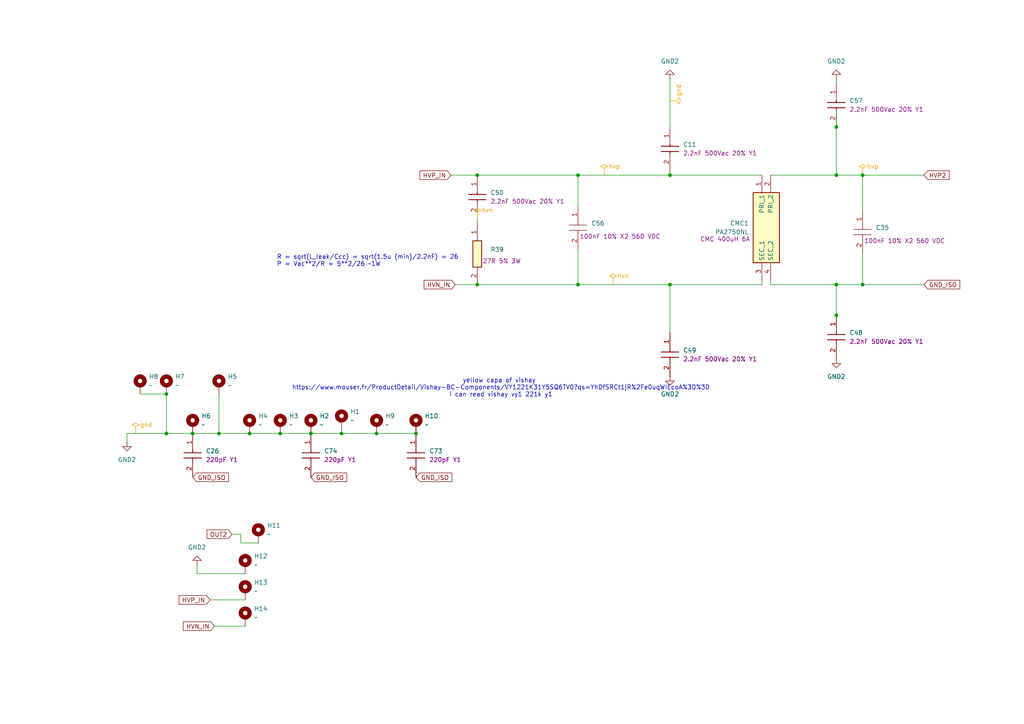
<source format=kicad_sch>
(kicad_sch (version 20250114) (generator "eeschema") (generator_version "9.0")
  (paper "A4")
  (lib_symbols
    (symbol "B81123C1222M:B81123C1222M" (pin_names (hide yes))
      (property "Reference" "C" (at 8.89 6.35 0))
      (property "Value" "B81123C1222M" (at 8.89 3.81 0))
      (symbol "B81123C1222M_1_1"
        (polyline (pts (xy 5.08 0) (xy 5.588 0)) (stroke (width 0.254)))
        (polyline (pts (xy 5.588 2.54) (xy 5.588 -2.54)) (stroke (width 0.254)))
        (polyline (pts (xy 7.112 2.54) (xy 7.112 -2.54)) (stroke (width 0.254)))
        (polyline (pts (xy 7.112 0) (xy 7.62 0)) (stroke (width 0.254)))
        (pin passive line (at 0 0 0) (length 5.08) (name "1") (number "1"))
        (pin passive line (at 12.7 0 180) (length 5.08) (name "2") (number "2"))
      )
    )
    (symbol "LTR100JZPJ270:LTR100JZPJ270" (pin_names (hide yes))
      (property "Reference" "R" (at 13.97 6.35 0))
      (property "Value" "LTR100JZPJ270" (at 13.97 3.81 0))
      (symbol "LTR100JZPJ270_1_1"
        (rectangle (start 5.08 1.27) (end 12.7 -1.27) (stroke (width 0.254)) (fill (type background)))
        (pin passive line (at 0 0 0) (length 5.08) (name "1") (number "1"))
        (pin passive line (at 17.78 0 180) (length 5.08) (name "2") (number "2"))
      )
    )
    (symbol "Mechanical:MountingHole_Pad" (pin_numbers (hide yes)) (pin_names (offset 1.016) (hide yes)) (in_bom no)
      (property "Reference" "H" (at 0 6.35 0))
      (property "Value" "MountingHole_Pad" (at 0 4.445 0))
      (symbol "MountingHole_Pad_0_1"
        (circle (center 0 1.27) (radius 1.27) (stroke (width 1.27)))
      )
      (symbol "MountingHole_Pad_1_1"
        (pin input line (at 0 -2.54 90) (length 2.54) (name "1") (number "1"))
      )
    )
    (symbol "PA2750NL:PA2750NL"
      (property "Reference" "FL" (at 26.67 7.62 0))
      (property "Value" "PA2750NL" (at 26.67 5.08 0))
      (symbol "PA2750NL_1_1"
        (rectangle (start 5.08 2.54) (end 25.4 -5.08) (stroke (width 0.254)) (fill (type background)))
        (pin passive line (at 0 0 0) (length 5.08) (name "PRI_1") (number "1"))
        (pin passive line (at 0 -2.54 0) (length 5.08) (name "PRI_2") (number "2"))
        (pin passive line (at 30.48 0 180) (length 5.08) (name "SEC_1") (number "3"))
        (pin passive line (at 30.48 -2.54 180) (length 5.08) (name "SEC_2") (number "4"))
      )
    )
    (symbol "R46KI310050M1K:R46KI310050M1K" (pin_names (offset 0.762))
      (property "Reference" "C" (at 8.89 6.35 0))
      (property "Value" "R46KI310050M1K" (at 8.89 3.81 0))
      (symbol "R46KI310050M1K_0_0"
        (pin passive line (at 0 0 0) (length 5.08) (name "~") (number "1"))
        (pin passive line (at 12.7 0 180) (length 5.08) (name "~") (number "2"))
      )
      (symbol "R46KI310050M1K_0_1"
        (polyline (pts (xy 5.08 0) (xy 5.588 0)) (stroke (width 0.1524)))
        (polyline (pts (xy 5.588 2.54) (xy 5.588 -2.54)) (stroke (width 0.1524)))
        (polyline (pts (xy 7.112 2.54) (xy 7.112 -2.54)) (stroke (width 0.1524)))
        (polyline (pts (xy 7.112 0) (xy 7.62 0)) (stroke (width 0.1524)))
      )
    )
    (symbol "power:GND2" (power) (pin_numbers (hide yes)) (pin_names (offset 0) (hide yes))
      (property "Value" "GND2" (at 0 -3.81 0))
      (symbol "GND2_0_1"
        (polyline (pts (xy 0 0) (xy 0 -1.27) (xy 1.27 -1.27) (xy 0 -2.54) (xy -1.27 -1.27) (xy 0 -1.27)))
      )
      (symbol "GND2_1_1"
        (pin power_in line (at 0 0 270) (length 0) (name "~") (number "1"))
      )
    )
  )
  (text "R = sqrt(L_leak/Ccc) = sqrt(1.5u (min)/2.2nF) = 26\nP = Vac**2/R = 5**2/26 ~1W" (at 80.264 75.692 0) (effects (font (size 1.27 1.27)) (justify left)))
  (text "yellow capa of vishay \nhttps://www.mouser.fr/ProductDetail/Vishay-BC-Components/VY1221K31Y5SQ6TV0?qs=YhDfSRCt1jR%2Fe0uqWIEcoA%3D%3D\ni can read vishay vy1 221k y1" (at 145.288 112.522 0) (effects (font (size 1.27 1.27))))
  (junction (at 138.43 82.55))
  (junction (at 138.43 50.8))
  (junction (at 48.26 114.3))
  (junction (at 250.19 82.55))
  (junction (at 167.64 50.8))
  (junction (at 90.17 125.73))
  (junction (at 250.19 50.8))
  (junction (at 48.26 125.73))
  (junction (at 109.22 125.73))
  (junction (at 242.57 82.55))
  (junction (at 242.57 91.44))
  (junction (at 81.28 125.73))
  (junction (at 242.57 36.83))
  (junction (at 63.5 125.73))
  (junction (at 194.31 50.8))
  (junction (at 72.39 125.73))
  (junction (at 242.57 50.8))
  (junction (at 194.31 82.55))
  (junction (at 167.64 82.55))
  (junction (at 99.06 125.73))
  (junction (at 120.65 125.73))
  (junction (at 55.88 125.73))
  (wire (pts (xy 242.57 82.55) (xy 242.57 91.44)))
  (wire (pts (xy 48.26 114.3) (xy 48.26 125.73)))
  (wire (pts (xy 48.26 125.73) (xy 55.88 125.73)))
  (wire (pts (xy 242.57 91.44) (xy 242.57 96.52)))
  (wire (pts (xy 250.19 73.66) (xy 250.19 82.55)))
  (wire (pts (xy 63.5 114.3) (xy 63.5 125.73)))
  (wire (pts (xy 242.57 33.02) (xy 242.57 36.83)))
  (wire (pts (xy 36.83 125.73) (xy 48.26 125.73)))
  (wire (pts (xy 242.57 50.8) (xy 250.19 50.8)))
  (wire (pts (xy 138.43 82.55) (xy 167.64 82.55)))
  (wire (pts (xy 242.57 82.55) (xy 250.19 82.55)))
  (wire (pts (xy 167.64 50.8) (xy 167.64 59.69)))
  (wire (pts (xy 250.19 50.8) (xy 250.19 60.96)))
  (wire (pts (xy 194.31 22.86) (xy 194.31 36.83)))
  (wire (pts (xy 57.15 163.83) (xy 57.15 166.37)))
  (wire (pts (xy 130.81 50.8) (xy 138.43 50.8)))
  (wire (pts (xy 99.06 125.73) (xy 109.22 125.73)))
  (wire (pts (xy 194.31 50.8) (xy 220.98 50.8)))
  (wire (pts (xy 138.43 64.77) (xy 138.43 63.5)))
  (wire (pts (xy 194.31 96.52) (xy 194.31 82.55)))
  (wire (pts (xy 132.08 82.55) (xy 138.43 82.55)))
  (wire (pts (xy 36.83 125.73) (xy 36.83 128.27)))
  (wire (pts (xy 57.15 166.37) (xy 71.12 166.37)))
  (wire (pts (xy 220.98 82.55) (xy 220.98 81.28)))
  (wire (pts (xy 109.22 125.73) (xy 120.65 125.73)))
  (wire (pts (xy 242.57 22.86) (xy 242.57 24.13)))
  (wire (pts (xy 67.31 154.94) (xy 69.85 154.94)))
  (wire (pts (xy 99.06 125.73) (xy 99.06 124.46)))
  (wire (pts (xy 55.88 125.73) (xy 63.5 125.73)))
  (wire (pts (xy 90.17 125.73) (xy 99.06 125.73)))
  (wire (pts (xy 167.64 82.55) (xy 194.31 82.55)))
  (wire (pts (xy 223.52 82.55) (xy 242.57 82.55)))
  (wire (pts (xy 223.52 50.8) (xy 242.57 50.8)))
  (wire (pts (xy 250.19 82.55) (xy 267.97 82.55)))
  (wire (pts (xy 138.43 50.8) (xy 167.64 50.8)))
  (wire (pts (xy 69.85 157.48) (xy 74.93 157.48)))
  (wire (pts (xy 194.31 49.53) (xy 194.31 50.8)))
  (wire (pts (xy 60.96 173.99) (xy 71.12 173.99)))
  (wire (pts (xy 167.64 72.39) (xy 167.64 82.55)))
  (wire (pts (xy 223.52 82.55) (xy 223.52 81.28)))
  (wire (pts (xy 250.19 50.8) (xy 267.97 50.8)))
  (wire (pts (xy 81.28 125.73) (xy 90.17 125.73)))
  (wire (pts (xy 242.57 36.83) (xy 242.57 50.8)))
  (wire (pts (xy 167.64 50.8) (xy 194.31 50.8)))
  (wire (pts (xy 194.31 82.55) (xy 220.98 82.55)))
  (wire (pts (xy 63.5 125.73) (xy 72.39 125.73)))
  (wire (pts (xy 40.64 114.3) (xy 48.26 114.3)))
  (wire (pts (xy 69.85 154.94) (xy 69.85 157.48)))
  (wire (pts (xy 72.39 125.73) (xy 81.28 125.73)))
  (wire (pts (xy 62.23 181.61) (xy 71.12 181.61)))
  (global_label "HVP_IN" (shape input) (at 60.96 173.99 180) (property "Intersheetrefs" "${INTERSHEET_REFS}" (effects (hide yes))))
  (global_label "HVN_IN" (shape input) (at 132.08 82.55 180) (property "Intersheetrefs" "${INTERSHEET_REFS}" (effects (hide yes))))
  (global_label "GND_ISO" (shape input) (at 120.65 138.43 0) (property "Intersheetrefs" "${INTERSHEET_REFS}" (effects (hide yes))))
  (global_label "GND_ISO" (shape input) (at 55.88 138.43 0) (property "Intersheetrefs" "${INTERSHEET_REFS}" (effects (hide yes))))
  (global_label "HVP2" (shape input) (at 267.97 50.8 0) (property "Intersheetrefs" "${INTERSHEET_REFS}" (effects (hide yes))))
  (global_label "OUT2" (shape input) (at 67.31 154.94 180) (property "Intersheetrefs" "${INTERSHEET_REFS}" (effects (hide yes))))
  (global_label "GND_ISO" (shape input) (at 90.17 138.43 0) (property "Intersheetrefs" "${INTERSHEET_REFS}" (effects (hide yes))))
  (global_label "HVP_IN" (shape input) (at 130.81 50.8 180) (property "Intersheetrefs" "${INTERSHEET_REFS}" (effects (hide yes))))
  (global_label "HVN_IN" (shape input) (at 62.23 181.61 180) (property "Intersheetrefs" "${INTERSHEET_REFS}" (effects (hide yes))))
  (global_label "GND_ISO" (shape input) (at 267.97 82.55 0) (property "Intersheetrefs" "${INTERSHEET_REFS}" (effects (hide yes))))
  (netclass_flag "" (length 2.54) (shape diamond) (at 250.19 50.8 0) (property "Netclass" "hvp" (at 251.3965 48.26 0) (effects (justify left))))
  (netclass_flag "" (length 2.54) (shape diamond) (at 175.26 50.8 0) (property "Netclass" "hvp" (at 176.4665 48.26 0) (effects (justify left))))
  (netclass_flag "" (length 2.54) (shape diamond) (at 39.37 125.73 0) (property "Netclass" "gnd" (at 40.5765 123.19 0) (effects (justify left))))
  (netclass_flag "" (length 2.54) (shape diamond) (at 194.31 29.21 270) (property "Netclass" "gnd" (at 196.85 28.0035 90) (effects (justify left))))
  (netclass_flag "" (length 2.54) (shape diamond) (at 177.8 82.55 0) (property "Netclass" "hvn" (at 179.0065 80.01 0) (effects (justify left))))
  (netclass_flag "" (length 2.54) (shape diamond) (at 138.43 63.5 0) (property "Netclass" "hvn" (at 139.6365 60.96 0) (effects (justify left))))
  (symbol (lib_id "B81123C1222M:B81123C1222M") (at 242.57 24.13 270) (unit 1)
    (property "Reference" "C57" (at 246.38 29.2099 90) (effects (justify left)))
    (property "Value" "B81123C1222M" (effects (hide yes)))
    (property "Footprint" "B81123C1222M:B81123C1222M" (effects (hide yes)))
    (property "Datasheet" "https://en.tdk-electronics.tdk.com/inf/20/20/db/fc_2009/Y1_B81123.pdf" (effects (hide yes)))
    (property "Description" "2.2nF 500Vac 20% Y1" (at 246.38 31.7499 90) (effects (justify left)))
    (property "Height" "12.5" (effects (hide yes)))
    (property "Mouser Part Number" "871-B81123C1222M" (effects (hide yes)))
    (property "Mouser Price/Stock" "https://www.mouser.co.uk/ProductDetail/EPCOS-TDK/B81123C1222M?qs=Gus83tocK7veFAufT0DP%2FQ%3D%3D" (effects (hide yes)))
    (property "Manufacturer_Name" "TDK" (effects (hide yes)))
    (property "Manufacturer_Part_Number" "B81123C1222M" (effects (hide yes)))
  )
  (symbol (lib_id "Mechanical:MountingHole_Pad") (at 71.12 171.45 0) (unit 1) (in_bom no)
    (property "Reference" "H13" (at 73.66 168.9099 0) (effects (justify left)))
    (property "Value" "~" (at 73.66 171.4499 0) (effects (justify left)))
    (property "Footprint" "MountingHole:MountingHole_4.5mm_Pad_Via" (effects (hide yes)))
    (property "Description" "Mounting Hole with connection" (effects (hide yes)))
  )
  (symbol (lib_id "power:GND2") (at 242.57 22.86 0) (mirror x) (unit 1)
    (property "Reference" "#PWR048" (effects (hide yes)))
    (property "Value" "GND2" (at 242.57 17.78 0))
    (property "Description" "Power symbol creates a global label with name \"GND2\" , ground" (effects (hide yes)))
  )
  (symbol (lib_id "Mechanical:MountingHole_Pad") (at 90.17 123.19 0) (unit 1) (in_bom no)
    (property "Reference" "H2" (at 92.71 120.6499 0) (effects (justify left)))
    (property "Value" "~" (at 92.71 123.1899 0) (effects (justify left)))
    (property "Footprint" "MountingHole:MountingHole_2.7mm_M2.5_Pad_Via" (effects (hide yes)))
    (property "Description" "Mounting Hole with connection" (effects (hide yes)))
  )
  (symbol (lib_id "B81123C1222M:B81123C1222M") (at 242.57 91.44 270) (unit 1)
    (property "Reference" "C48" (at 246.38 96.5199 90) (effects (justify left)))
    (property "Value" "B81123C1222M" (effects (hide yes)))
    (property "Footprint" "B81123C1222M:B81123C1222M" (effects (hide yes)))
    (property "Datasheet" "https://en.tdk-electronics.tdk.com/inf/20/20/db/fc_2009/Y1_B81123.pdf" (effects (hide yes)))
    (property "Description" "2.2nF 500Vac 20% Y1" (at 246.38 99.0599 90) (effects (justify left)))
    (property "Height" "12.5" (effects (hide yes)))
    (property "Mouser Part Number" "871-B81123C1222M" (effects (hide yes)))
    (property "Mouser Price/Stock" "https://www.mouser.co.uk/ProductDetail/EPCOS-TDK/B81123C1222M?qs=Gus83tocK7veFAufT0DP%2FQ%3D%3D" (effects (hide yes)))
    (property "Manufacturer_Name" "TDK" (effects (hide yes)))
    (property "Manufacturer_Part_Number" "B81123C1222M" (effects (hide yes)))
  )
  (symbol (lib_id "Mechanical:MountingHole_Pad") (at 40.64 111.76 0) (unit 1) (in_bom no)
    (property "Reference" "H8" (at 43.18 109.2199 0) (effects (justify left)))
    (property "Value" "~" (at 43.18 111.7599 0) (effects (justify left)))
    (property "Footprint" "MountingHole:MountingHole_2.7mm_M2.5_Pad_Via" (effects (hide yes)))
    (property "Description" "Mounting Hole with connection" (effects (hide yes)))
  )
  (symbol (lib_id "PA2750NL:PA2750NL") (at 220.98 50.8 90) (mirror x) (unit 1)
    (property "Reference" "CMC1" (at 217.17 64.7699 90) (effects (justify left)))
    (property "Value" "PA2750NL" (at 217.17 67.3099 90) (effects (justify left)))
    (property "Footprint" "PA2750NL:PA2750NL" (effects (hide yes)))
    (property "Datasheet" "https://www.arrow.com/en/products/pa2750nl/pulse-electronics-corporation" (effects (hide yes)))
    (property "Description" "CMC 400uH 6A" (at 210.312 69.342 90))
    (property "Height" "10" (effects (hide yes)))
    (property "Mouser Part Number" "673-PA2750NL" (effects (hide yes)))
    (property "Mouser Price/Stock" "https://www.mouser.co.uk/ProductDetail/Pulse-Electronics/PA2750NL?qs=%252BUGZmmosPSKMfqU1auiJGA%3D%3D" (effects (hide yes)))
    (property "Manufacturer_Name" "PULSE" (effects (hide yes)))
    (property "Manufacturer_Part_Number" "PA2750NL" (effects (hide yes)))
  )
  (symbol (lib_id "Mechanical:MountingHole_Pad") (at 109.22 123.19 0) (unit 1) (in_bom no)
    (property "Reference" "H9" (at 111.76 120.6499 0) (effects (justify left)))
    (property "Value" "~" (at 111.76 123.1899 0) (effects (justify left)))
    (property "Footprint" "MountingHole:MountingHole_2.7mm_M2.5_Pad_Via" (effects (hide yes)))
    (property "Description" "Mounting Hole with connection" (effects (hide yes)))
  )
  (symbol (lib_id "Mechanical:MountingHole_Pad") (at 74.93 154.94 0) (unit 1) (in_bom no)
    (property "Reference" "H11" (at 77.47 152.3999 0) (effects (justify left)))
    (property "Value" "~" (at 77.47 154.9399 0) (effects (justify left)))
    (property "Footprint" "MountingHole:MountingHole_4.5mm_Pad_Via" (effects (hide yes)))
    (property "Description" "Mounting Hole with connection" (effects (hide yes)))
  )
  (symbol (lib_id "Mechanical:MountingHole_Pad") (at 55.88 123.19 0) (unit 1) (in_bom no)
    (property "Reference" "H6" (at 58.42 120.6499 0) (effects (justify left)))
    (property "Value" "~" (at 58.42 123.1899 0) (effects (justify left)))
    (property "Footprint" "MountingHole:MountingHole_2.7mm_M2.5_Pad_Via" (effects (hide yes)))
    (property "Description" "Mounting Hole with connection" (effects (hide yes)))
  )
  (symbol (lib_id "B81123C1222M:B81123C1222M") (at 194.31 36.83 270) (unit 1)
    (property "Reference" "C11" (at 198.12 41.9099 90) (effects (justify left)))
    (property "Value" "B81123C1222M" (effects (hide yes)))
    (property "Footprint" "B81123C1222M:B81123C1222M" (effects (hide yes)))
    (property "Datasheet" "https://en.tdk-electronics.tdk.com/inf/20/20/db/fc_2009/Y1_B81123.pdf" (effects (hide yes)))
    (property "Description" "2.2nF 500Vac 20% Y1" (at 198.12 44.4499 90) (effects (justify left)))
    (property "Height" "12.5" (effects (hide yes)))
    (property "Mouser Part Number" "871-B81123C1222M" (effects (hide yes)))
    (property "Mouser Price/Stock" "https://www.mouser.co.uk/ProductDetail/EPCOS-TDK/B81123C1222M?qs=Gus83tocK7veFAufT0DP%2FQ%3D%3D" (effects (hide yes)))
    (property "Manufacturer_Name" "TDK" (effects (hide yes)))
    (property "Manufacturer_Part_Number" "B81123C1222M" (effects (hide yes)))
  )
  (symbol (lib_id "B81123C1222M:B81123C1222M") (at 194.31 96.52 270) (unit 1)
    (property "Reference" "C49" (at 198.12 101.5999 90) (effects (justify left)))
    (property "Value" "B81123C1222M" (effects (hide yes)))
    (property "Footprint" "B81123C1222M:B81123C1222M" (effects (hide yes)))
    (property "Datasheet" "https://en.tdk-electronics.tdk.com/inf/20/20/db/fc_2009/Y1_B81123.pdf" (effects (hide yes)))
    (property "Description" "2.2nF 500Vac 20% Y1" (at 198.12 104.1399 90) (effects (justify left)))
    (property "Height" "12.5" (effects (hide yes)))
    (property "Mouser Part Number" "871-B81123C1222M" (effects (hide yes)))
    (property "Mouser Price/Stock" "https://www.mouser.co.uk/ProductDetail/EPCOS-TDK/B81123C1222M?qs=Gus83tocK7veFAufT0DP%2FQ%3D%3D" (effects (hide yes)))
    (property "Manufacturer_Name" "TDK" (effects (hide yes)))
    (property "Manufacturer_Part_Number" "B81123C1222M" (effects (hide yes)))
  )
  (symbol (lib_id "power:GND2") (at 57.15 163.83 180) (unit 1)
    (property "Reference" "#PWR026" (effects (hide yes)))
    (property "Value" "GND2" (at 57.15 158.75 0))
    (property "Description" "Power symbol creates a global label with name \"GND2\" , ground" (effects (hide yes)))
  )
  (symbol (lib_id "power:GND2") (at 194.31 109.22 0) (unit 1)
    (property "Reference" "#PWR044" (effects (hide yes)))
    (property "Value" "GND2" (at 194.31 114.3 0))
    (property "Description" "Power symbol creates a global label with name \"GND2\" , ground" (effects (hide yes)))
  )
  (symbol (lib_id "power:GND2") (at 194.31 22.86 0) (mirror x) (unit 1)
    (property "Reference" "#PWR047" (effects (hide yes)))
    (property "Value" "GND2" (at 194.31 17.78 0))
    (property "Description" "Power symbol creates a global label with name \"GND2\" , ground" (effects (hide yes)))
  )
  (symbol (lib_id "B81123C1222M:B81123C1222M") (at 90.17 125.73 270) (unit 1)
    (property "Reference" "C74" (at 93.98 130.8099 90) (effects (justify left)))
    (property "Value" "VY1221K31Y5SQ6TV0" (effects (hide yes)))
    (property "Footprint" "Capacitor_THT:C_Disc_D7.5mm_W5.0mm_P10.00mm" (effects (hide yes)))
    (property "Datasheet" "https://www.vishay.com/docs/28537/vy1series.pdf" (effects (hide yes)))
    (property "Description" "220pF Y1" (at 93.98 133.3499 90) (effects (justify left)))
    (property "Height" "8" (effects (hide yes)))
    (property "Mouser Part Number" "72-VY1221K31Y5SQ6TV0" (effects (hide yes)))
    (property "Manufacturer_Name" "Vishay" (effects (hide yes)))
  )
  (symbol (lib_id "LTR100JZPJ270:LTR100JZPJ270") (at 138.43 64.77 270) (unit 1)
    (property "Reference" "R39" (at 142.24 72.3899 90) (effects (justify left)))
    (property "Value" "LTR100JZPJ270" (effects (hide yes)))
    (property "Footprint" "LTR100JZPJ270:RESC3264X70N" (effects (hide yes)))
    (property "Datasheet" "https://fscdn.rohm.com/jp/products/databook/datasheet/passive/resistor/chip_resistor/ltr-j.pdf" (effects (hide yes)))
    (property "Description" "27R 5% 3W" (at 145.542 75.692 90))
    (property "Height" "0.7" (effects (hide yes)))
    (property "Mouser Part Number" "755-LTR100JZPJ270" (effects (hide yes)))
    (property "Mouser Price/Stock" "https://www.mouser.co.uk/ProductDetail/ROHM-Semiconductor/LTR100JZPJ270?qs=rQFj71Wb1eXV0Qkg%2F%252B7akg%3D%3D" (effects (hide yes)))
    (property "Manufacturer_Name" "ROHM Semiconductor" (effects (hide yes)))
    (property "Manufacturer_Part_Number" "LTR100JZPJ270" (effects (hide yes)))
  )
  (symbol (lib_id "Mechanical:MountingHole_Pad") (at 81.28 123.19 0) (unit 1) (in_bom no)
    (property "Reference" "H3" (at 83.82 120.6499 0) (effects (justify left)))
    (property "Value" "~" (at 83.82 123.1899 0) (effects (justify left)))
    (property "Footprint" "MountingHole:MountingHole_2.7mm_M2.5_Pad_Via" (effects (hide yes)))
    (property "Description" "Mounting Hole with connection" (effects (hide yes)))
  )
  (symbol (lib_id "Mechanical:MountingHole_Pad") (at 99.06 121.92 0) (unit 1) (in_bom no)
    (property "Reference" "H1" (at 101.6 119.3799 0) (effects (justify left)))
    (property "Value" "~" (at 101.6 121.9199 0) (effects (justify left)))
    (property "Footprint" "MountingHole:MountingHole_2.7mm_M2.5_Pad_Via" (effects (hide yes)))
    (property "Description" "Mounting Hole with connection" (effects (hide yes)))
  )
  (symbol (lib_id "power:GND2") (at 242.57 104.14 0) (unit 1)
    (property "Reference" "#PWR046" (effects (hide yes)))
    (property "Value" "GND2" (at 242.57 109.22 0))
    (property "Description" "Power symbol creates a global label with name \"GND2\" , ground" (effects (hide yes)))
  )
  (symbol (lib_id "Mechanical:MountingHole_Pad") (at 48.26 111.76 0) (unit 1) (in_bom no)
    (property "Reference" "H7" (at 50.8 109.2199 0) (effects (justify left)))
    (property "Value" "~" (at 50.8 111.7599 0) (effects (justify left)))
    (property "Footprint" "MountingHole:MountingHole_2.7mm_M2.5_Pad_Via" (effects (hide yes)))
    (property "Description" "Mounting Hole with connection" (effects (hide yes)))
  )
  (symbol (lib_id "R46KI310050M1K:R46KI310050M1K") (at 167.64 59.69 270) (unit 1)
    (property "Reference" "C56" (at 171.45 64.7699 90) (effects (justify left)))
    (property "Value" "R46KI310050M1K" (effects (hide yes)))
    (property "Footprint" "R46KI310050M1K:R46KI310050M1K" (effects (hide yes)))
    (property "Datasheet" "https://search.kemet.com/component-documentation/download/specsheet/R46KI310050M1K" (effects (hide yes)))
    (property "Description" "100nF 10% X2 560 VDC" (at 179.832 68.58 90))
    (property "Height" "11.1" (effects (hide yes)))
    (property "Mouser Part Number" "80-R46KI310050M1K" (effects (hide yes)))
    (property "Mouser Price/Stock" "https://www.mouser.co.uk/ProductDetail/KEMET/R46KI310050M1K/?qs=D0iH%252BVFiYPMp3c4CZzIXlA%3D%3D" (effects (hide yes)))
    (property "Manufacturer_Name" "KEMET" (effects (hide yes)))
    (property "Manufacturer_Part_Number" "R46KI310050M1K" (effects (hide yes)))
    (property "Field10" "R46 275 VAC, Film, Metallized Polypropylene, Safety, 0.1 uF, 10%, 275 VAC (X2), 560 VDC, 110C, 15mm" (effects (hide yes)))
  )
  (symbol (lib_id "Mechanical:MountingHole_Pad") (at 72.39 123.19 0) (unit 1) (in_bom no)
    (property "Reference" "H4" (at 74.93 120.6499 0) (effects (justify left)))
    (property "Value" "~" (at 74.93 123.1899 0) (effects (justify left)))
    (property "Footprint" "MountingHole:MountingHole_2.7mm_M2.5_Pad_Via" (effects (hide yes)))
    (property "Description" "Mounting Hole with connection" (effects (hide yes)))
  )
  (symbol (lib_id "B81123C1222M:B81123C1222M") (at 120.65 125.73 270) (unit 1)
    (property "Reference" "C73" (at 124.46 130.8099 90) (effects (justify left)))
    (property "Value" "VY1221K31Y5SQ6TV0" (effects (hide yes)))
    (property "Footprint" "Capacitor_THT:C_Disc_D7.5mm_W5.0mm_P10.00mm" (effects (hide yes)))
    (property "Datasheet" "https://www.vishay.com/docs/28537/vy1series.pdf" (effects (hide yes)))
    (property "Description" "220pF Y1" (at 124.46 133.3499 90) (effects (justify left)))
    (property "Height" "8" (effects (hide yes)))
    (property "Mouser Part Number" "72-VY1221K31Y5SQ6TV0" (effects (hide yes)))
    (property "Manufacturer_Name" "Vishay" (effects (hide yes)))
  )
  (symbol (lib_id "Mechanical:MountingHole_Pad") (at 63.5 111.76 0) (unit 1) (in_bom no)
    (property "Reference" "H5" (at 66.04 109.2199 0) (effects (justify left)))
    (property "Value" "~" (at 66.04 111.7599 0) (effects (justify left)))
    (property "Footprint" "MountingHole:MountingHole_2.7mm_M2.5_Pad_Via" (effects (hide yes)))
    (property "Description" "Mounting Hole with connection" (effects (hide yes)))
  )
  (symbol (lib_id "B81123C1222M:B81123C1222M") (at 55.88 125.73 270) (unit 1)
    (property "Reference" "C26" (at 59.69 130.8099 90) (effects (justify left)))
    (property "Value" "VY1221K31Y5SQ6TV0" (effects (hide yes)))
    (property "Footprint" "Capacitor_THT:C_Disc_D7.5mm_W5.0mm_P10.00mm" (effects (hide yes)))
    (property "Datasheet" "https://www.vishay.com/docs/28537/vy1series.pdf" (effects (hide yes)))
    (property "Description" "220pF Y1" (at 59.69 133.3499 90) (effects (justify left)))
    (property "Height" "8" (effects (hide yes)))
    (property "Mouser Part Number" "72-VY1221K31Y5SQ6TV0" (effects (hide yes)))
    (property "Manufacturer_Name" "Vishay" (effects (hide yes)))
  )
  (symbol (lib_id "R46KI310050M1K:R46KI310050M1K") (at 250.19 60.96 270) (unit 1)
    (property "Reference" "C35" (at 254 66.0399 90) (effects (justify left)))
    (property "Value" "R46KI310050M1K" (effects (hide yes)))
    (property "Footprint" "R46KI310050M1K:R46KI310050M1K" (effects (hide yes)))
    (property "Datasheet" "https://search.kemet.com/component-documentation/download/specsheet/R46KI310050M1K" (effects (hide yes)))
    (property "Description" "100nF 10% X2 560 VDC" (at 262.382 69.85 90))
    (property "Height" "11.1" (effects (hide yes)))
    (property "Mouser Part Number" "80-R46KI310050M1K" (effects (hide yes)))
    (property "Mouser Price/Stock" "https://www.mouser.co.uk/ProductDetail/KEMET/R46KI310050M1K/?qs=D0iH%252BVFiYPMp3c4CZzIXlA%3D%3D" (effects (hide yes)))
    (property "Manufacturer_Name" "KEMET" (effects (hide yes)))
    (property "Manufacturer_Part_Number" "R46KI310050M1K" (effects (hide yes)))
    (property "Field10" "R46 275 VAC, Film, Metallized Polypropylene, Safety, 0.1 uF, 10%, 275 VAC (X2), 560 VDC, 110C, 15mm" (effects (hide yes)))
  )
  (symbol (lib_id "B81123C1222M:B81123C1222M") (at 138.43 50.8 270) (unit 1)
    (property "Reference" "C50" (at 142.24 55.8799 90) (effects (justify left)))
    (property "Value" "B81123C1222M" (effects (hide yes)))
    (property "Footprint" "B81123C1222M:B81123C1222M" (effects (hide yes)))
    (property "Datasheet" "https://en.tdk-electronics.tdk.com/inf/20/20/db/fc_2009/Y1_B81123.pdf" (effects (hide yes)))
    (property "Description" "2.2nF 500Vac 20% Y1" (at 142.24 58.4199 90) (effects (justify left)))
    (property "Height" "12.5" (effects (hide yes)))
    (property "Mouser Part Number" "871-B81123C1222M" (effects (hide yes)))
    (property "Mouser Price/Stock" "https://www.mouser.co.uk/ProductDetail/EPCOS-TDK/B81123C1222M?qs=Gus83tocK7veFAufT0DP%2FQ%3D%3D" (effects (hide yes)))
    (property "Manufacturer_Name" "TDK" (effects (hide yes)))
    (property "Manufacturer_Part_Number" "B81123C1222M" (effects (hide yes)))
  )
  (symbol (lib_id "Mechanical:MountingHole_Pad") (at 120.65 123.19 0) (unit 1) (in_bom no)
    (property "Reference" "H10" (at 123.19 120.6499 0) (effects (justify left)))
    (property "Value" "~" (at 123.19 123.1899 0) (effects (justify left)))
    (property "Footprint" "MountingHole:MountingHole_2.7mm_M2.5_Pad_Via" (effects (hide yes)))
    (property "Description" "Mounting Hole with connection" (effects (hide yes)))
  )
  (symbol (lib_id "Mechanical:MountingHole_Pad") (at 71.12 163.83 0) (unit 1) (in_bom no)
    (property "Reference" "H12" (at 73.66 161.2899 0) (effects (justify left)))
    (property "Value" "~" (at 73.66 163.8299 0) (effects (justify left)))
    (property "Footprint" "MountingHole:MountingHole_4.5mm_Pad_Via" (effects (hide yes)))
    (property "Description" "Mounting Hole with connection" (effects (hide yes)))
  )
  (symbol (lib_id "power:GND2") (at 36.83 128.27 0) (unit 1)
    (property "Reference" "#PWR032" (effects (hide yes)))
    (property "Value" "GND2" (at 36.83 133.35 0))
    (property "Description" "Power symbol creates a global label with name \"GND2\" , ground" (effects (hide yes)))
  )
  (symbol (lib_id "Mechanical:MountingHole_Pad") (at 71.12 179.07 0) (unit 1) (in_bom no)
    (property "Reference" "H14" (at 73.66 176.5299 0) (effects (justify left)))
    (property "Value" "~" (at 73.66 179.0699 0) (effects (justify left)))
    (property "Footprint" "MountingHole:MountingHole_4.5mm_Pad_Via" (effects (hide yes)))
    (property "Description" "Mounting Hole with connection" (effects (hide yes)))
  )
)
</source>
